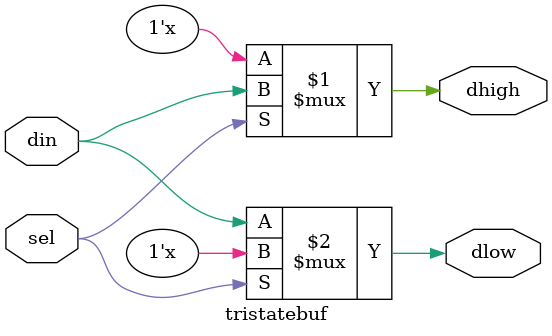
<source format=v>
module tristatebuf (din,dhigh,dlow,sel);

input din,sel;
output dhigh, dlow;

bufif1 B1(dhigh,din,sel);
bufif0 B2(dlow,din,sel);
    
endmodule
</source>
